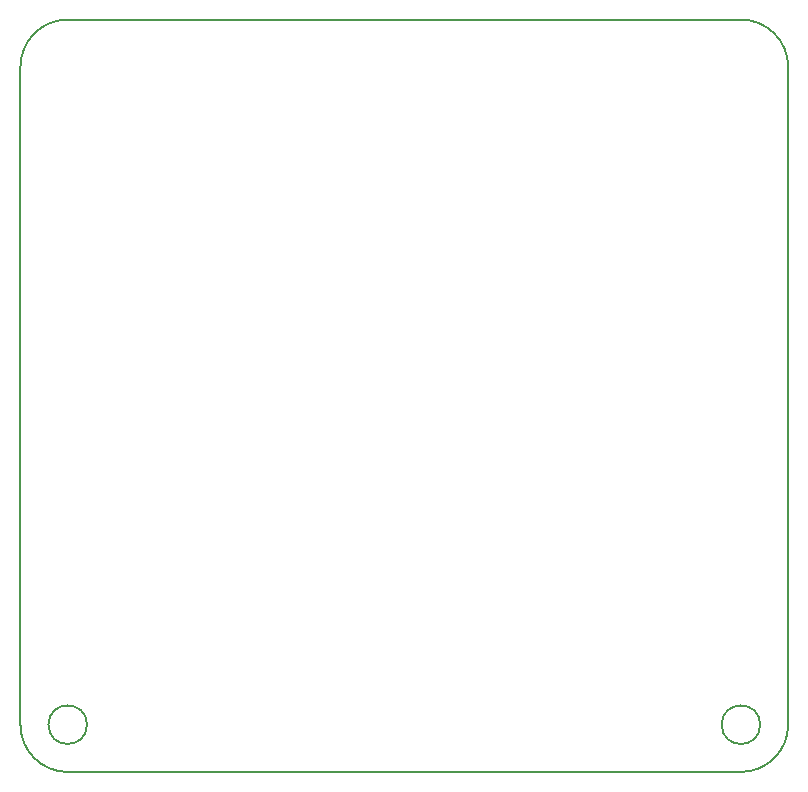
<source format=gm1>
G04 #@! TF.GenerationSoftware,KiCad,Pcbnew,5.1.4-e60b266~84~ubuntu18.04.1*
G04 #@! TF.CreationDate,2019-12-02T22:04:49-05:00*
G04 #@! TF.ProjectId,AIR_control,4149525f-636f-46e7-9472-6f6c2e6b6963,rev?*
G04 #@! TF.SameCoordinates,Original*
G04 #@! TF.FileFunction,Profile,NP*
%FSLAX46Y46*%
G04 Gerber Fmt 4.6, Leading zero omitted, Abs format (unit mm)*
G04 Created by KiCad (PCBNEW 5.1.4-e60b266~84~ubuntu18.04.1) date 2019-12-02 22:04:49*
%MOMM*%
%LPD*%
G04 APERTURE LIST*
%ADD10C,0.200000*%
G04 APERTURE END LIST*
D10*
X100182001Y-107965999D02*
X100182001Y-52265999D01*
X104182000Y-48266000D02*
X161182001Y-48266000D01*
X105813950Y-107965999D02*
G75*
G03X105813950Y-107965999I-1631950J0D01*
G01*
X161182001Y-111966000D02*
X104182000Y-111966000D01*
X161182001Y-48265999D02*
G75*
G02X165182001Y-52265999I0J-4000000D01*
G01*
X100182000Y-52265999D02*
G75*
G02X104182000Y-48265999I4000000J0D01*
G01*
X165182001Y-107965999D02*
G75*
G02X161182001Y-111965999I-4000000J0D01*
G01*
X165182001Y-52265999D02*
X165182001Y-107965999D01*
X104182000Y-111965999D02*
G75*
G02X100182000Y-107965999I0J4000000D01*
G01*
X162813952Y-107965999D02*
G75*
G03X162813952Y-107965999I-1631951J0D01*
G01*
M02*

</source>
